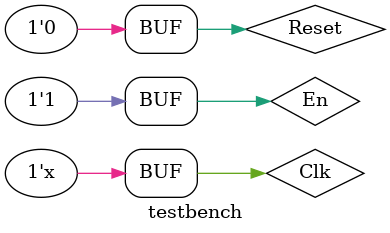
<source format=v>
`timescale 1ns / 1ps


module testbench;

	// Inputs
	reg Clk;
	reg Reset;
	reg En;

	// Outputs
	wire [2:0] Output;
	wire Overflow;

	// Instantiate the Unit Under Test (UUT)
	gray uut (
		.Clk(Clk), 
		.Reset(Reset), 
		.En(En), 
		.Output(Output), 
		.Overflow(Overflow)
	);

	initial begin
		// Initialize Inputs
		Clk = 0;
		Reset = 0;
		En = 1;
		#205;
		Reset = 1;
		#10;
		Reset = 0;
		// Wait 100 ns for global reset to finish
		// Add stimulus here
	end
	always #10 Clk = ~Clk;
endmodule


</source>
